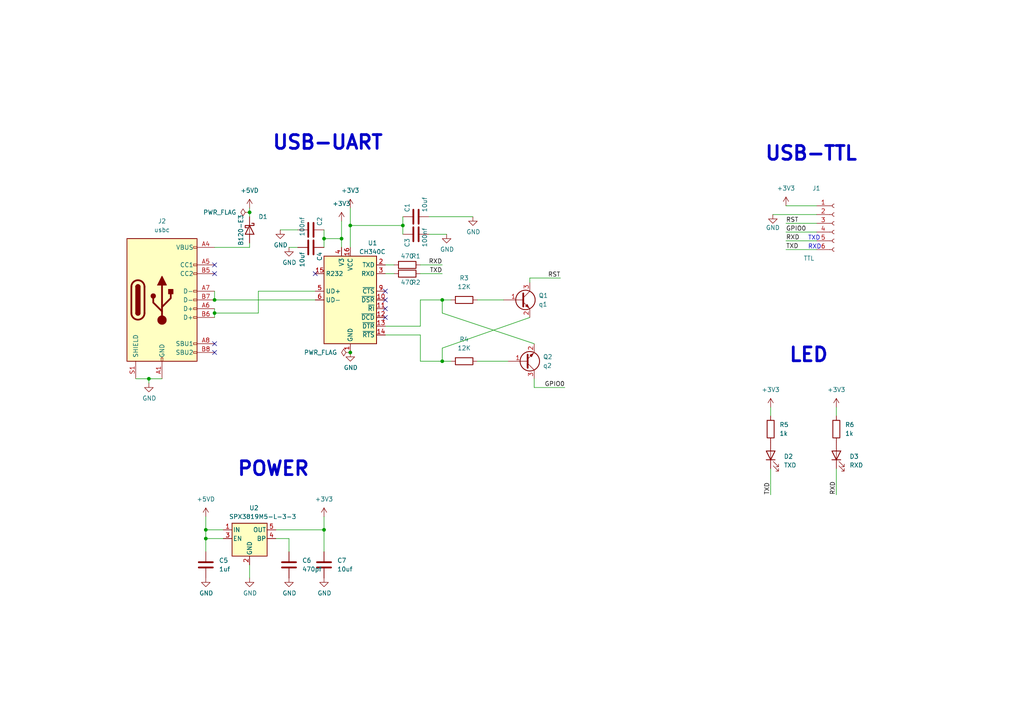
<source format=kicad_sch>
(kicad_sch (version 20211123) (generator eeschema)
  (paper "A4")
  (lib_symbols
    (symbol "Connector:Conn_01x06_Female" (pin_names (offset 1.016) hide)
      (property "Reference" "J" (at 0 7.62 0))
      (property "Value" "Conn_01x06_Female" (at 0 -10.16 0))
      (symbol "Conn_01x06_Female_1_1"
        (arc (start 0 -7.112) (mid -0.508 -7.62) (end 0 -8.128) (stroke (width 0.1524)))
        (arc (start 0 -4.572) (mid -0.508 -5.08) (end 0 -5.588) (stroke (width 0.1524)))
        (arc (start 0 -2.032) (mid -0.508 -2.54) (end 0 -3.048) (stroke (width 0.1524)))
        (polyline (pts (xy -1.27 -7.62) (xy -0.508 -7.62)) (stroke (width 0.1524)))
        (polyline (pts (xy -1.27 -5.08) (xy -0.508 -5.08)) (stroke (width 0.1524)))
        (polyline (pts (xy -1.27 -2.54) (xy -0.508 -2.54)) (stroke (width 0.1524)))
        (polyline (pts (xy -1.27 0) (xy -0.508 0)) (stroke (width 0.1524)))
        (polyline (pts (xy -1.27 2.54) (xy -0.508 2.54)) (stroke (width 0.1524)))
        (polyline (pts (xy -1.27 5.08) (xy -0.508 5.08)) (stroke (width 0.1524)))
        (arc (start 0 0.508) (mid -0.508 0) (end 0 -0.508) (stroke (width 0.1524)))
        (arc (start 0 3.048) (mid -0.508 2.54) (end 0 2.032) (stroke (width 0.1524)))
        (arc (start 0 5.588) (mid -0.508 5.08) (end 0 4.572) (stroke (width 0.1524)))
        (pin passive line (at -5.08 5.08 0) (length 3.81) (name "Pin_1") (number "1"))
        (pin passive line (at -5.08 2.54 0) (length 3.81) (name "Pin_2") (number "2"))
        (pin passive line (at -5.08 0 0) (length 3.81) (name "Pin_3") (number "3"))
        (pin passive line (at -5.08 -2.54 0) (length 3.81) (name "Pin_4") (number "4"))
        (pin passive line (at -5.08 -5.08 0) (length 3.81) (name "Pin_5") (number "5"))
        (pin passive line (at -5.08 -7.62 0) (length 3.81) (name "Pin_6") (number "6"))
      )
    )
    (symbol "Connector:USB_C_Receptacle_USB2.0" (pin_names (offset 1.016))
      (property "Reference" "J" (at -10.16 19.05 0))
      (property "Value" "USB_C_Receptacle_USB2.0" (at 19.05 19.05 0))
      (symbol "USB_C_Receptacle_USB2.0_0_0"
        (rectangle (start -0.254 -17.78) (end 0.254 -16.764))
        (rectangle (start 10.16 -14.986) (end 9.144 -15.494))
        (rectangle (start 10.16 -12.446) (end 9.144 -12.954))
        (rectangle (start 10.16 -4.826) (end 9.144 -5.334))
        (rectangle (start 10.16 -2.286) (end 9.144 -2.794))
        (rectangle (start 10.16 0.254) (end 9.144 -0.254))
        (rectangle (start 10.16 2.794) (end 9.144 2.286))
        (rectangle (start 10.16 7.874) (end 9.144 7.366))
        (rectangle (start 10.16 10.414) (end 9.144 9.906))
        (rectangle (start 10.16 15.494) (end 9.144 14.986))
      )
      (symbol "USB_C_Receptacle_USB2.0_0_1"
        (rectangle (start -10.16 17.78) (end 10.16 -17.78) (stroke (width 0.254)) (fill (type background)))
        (arc (start -8.89 -3.81) (mid -6.985 -5.715) (end -5.08 -3.81) (stroke (width 0.508)))
        (arc (start -7.62 -3.81) (mid -6.985 -4.445) (end -6.35 -3.81) (stroke (width 0.254)))
        (arc (start -7.62 -3.81) (mid -6.985 -4.445) (end -6.35 -3.81) (stroke (width 0.254)) (fill (type outline)))
        (rectangle (start -7.62 -3.81) (end -6.35 3.81) (stroke (width 0.254)) (fill (type outline)))
        (arc (start -6.35 3.81) (mid -6.985 4.445) (end -7.62 3.81) (stroke (width 0.254)))
        (arc (start -6.35 3.81) (mid -6.985 4.445) (end -7.62 3.81) (stroke (width 0.254)) (fill (type outline)))
        (arc (start -5.08 3.81) (mid -6.985 5.715) (end -8.89 3.81) (stroke (width 0.508)))
        (circle (center -2.54 1.143) (radius 0.635) (stroke (width 0.254)) (fill (type outline)))
        (circle (center 0 -5.842) (radius 1.27) (fill (type outline)))
        (polyline (pts (xy -8.89 -3.81) (xy -8.89 3.81)) (stroke (width 0.508)))
        (polyline (pts (xy -5.08 3.81) (xy -5.08 -3.81)) (stroke (width 0.508)))
        (polyline (pts (xy 0 -5.842) (xy 0 4.318)) (stroke (width 0.508)))
        (polyline (pts (xy 0 -3.302) (xy -2.54 -0.762) (xy -2.54 0.508)) (stroke (width 0.508)))
        (polyline (pts (xy 0 -2.032) (xy 2.54 0.508) (xy 2.54 1.778)) (stroke (width 0.508)))
        (polyline (pts (xy -1.27 4.318) (xy 0 6.858) (xy 1.27 4.318) (xy -1.27 4.318)) (stroke (width 0.254)) (fill (type outline)))
        (rectangle (start 1.905 1.778) (end 3.175 3.048) (stroke (width 0.254)) (fill (type outline)))
      )
      (symbol "USB_C_Receptacle_USB2.0_1_1"
        (pin passive line (at 0 -22.86 90) (length 5.08) (name "GND") (number "A1"))
        (pin passive line (at 0 -22.86 90) (length 5.08) hide (name "GND") (number "A12"))
        (pin passive line (at 15.24 15.24 180) (length 5.08) (name "VBUS") (number "A4"))
        (pin bidirectional line (at 15.24 10.16 180) (length 5.08) (name "CC1") (number "A5"))
        (pin bidirectional line (at 15.24 -2.54 180) (length 5.08) (name "D+") (number "A6"))
        (pin bidirectional line (at 15.24 2.54 180) (length 5.08) (name "D-") (number "A7"))
        (pin bidirectional line (at 15.24 -12.7 180) (length 5.08) (name "SBU1") (number "A8"))
        (pin passive line (at 15.24 15.24 180) (length 5.08) hide (name "VBUS") (number "A9"))
        (pin passive line (at 0 -22.86 90) (length 5.08) hide (name "GND") (number "B1"))
        (pin passive line (at 0 -22.86 90) (length 5.08) hide (name "GND") (number "B12"))
        (pin passive line (at 15.24 15.24 180) (length 5.08) hide (name "VBUS") (number "B4"))
        (pin bidirectional line (at 15.24 7.62 180) (length 5.08) (name "CC2") (number "B5"))
        (pin bidirectional line (at 15.24 -5.08 180) (length 5.08) (name "D+") (number "B6"))
        (pin bidirectional line (at 15.24 0 180) (length 5.08) (name "D-") (number "B7"))
        (pin bidirectional line (at 15.24 -15.24 180) (length 5.08) (name "SBU2") (number "B8"))
        (pin passive line (at 15.24 15.24 180) (length 5.08) hide (name "VBUS") (number "B9"))
        (pin passive line (at -7.62 -22.86 90) (length 5.08) (name "SHIELD") (number "S1"))
      )
    )
    (symbol "Device:C" (pin_numbers hide) (pin_names (offset 0.254))
      (property "Reference" "C" (at 0.635 2.54 0))
      (property "Value" "C" (at 0.635 -2.54 0))
      (symbol "C_0_1"
        (polyline (pts (xy -2.032 -0.762) (xy 2.032 -0.762)) (stroke (width 0.508)))
        (polyline (pts (xy -2.032 0.762) (xy 2.032 0.762)) (stroke (width 0.508)))
      )
      (symbol "C_1_1"
        (pin passive line (at 0 3.81 270) (length 2.794) (name "~") (number "1"))
        (pin passive line (at 0 -3.81 90) (length 2.794) (name "~") (number "2"))
      )
    )
    (symbol "Device:LED" (pin_numbers hide) (pin_names (offset 1.016) hide)
      (property "Reference" "D" (at 0 2.54 0))
      (property "Value" "LED" (at 0 -2.54 0))
      (symbol "LED_0_1"
        (polyline (pts (xy -1.27 -1.27) (xy -1.27 1.27)) (stroke (width 0.254)))
        (polyline (pts (xy -1.27 0) (xy 1.27 0)))
        (polyline (pts (xy 1.27 -1.27) (xy 1.27 1.27) (xy -1.27 0) (xy 1.27 -1.27)) (stroke (width 0.254)))
        (polyline (pts (xy -3.048 -0.762) (xy -4.572 -2.286) (xy -3.81 -2.286) (xy -4.572 -2.286) (xy -4.572 -1.524)))
        (polyline (pts (xy -1.778 -0.762) (xy -3.302 -2.286) (xy -2.54 -2.286) (xy -3.302 -2.286) (xy -3.302 -1.524)))
      )
      (symbol "LED_1_1"
        (pin passive line (at -3.81 0 0) (length 2.54) (name "K") (number "1"))
        (pin passive line (at 3.81 0 180) (length 2.54) (name "A") (number "2"))
      )
    )
    (symbol "Device:Q_NPN_BEC" (pin_names (offset 0) hide)
      (property "Reference" "Q" (at 5.08 1.27 0))
      (property "Value" "Q_NPN_BEC" (at 5.08 -1.27 0))
      (symbol "Q_NPN_BEC_0_1"
        (polyline (pts (xy 0.635 0.635) (xy 2.54 2.54)))
        (polyline (pts (xy 0.635 -0.635) (xy 2.54 -2.54) (xy 2.54 -2.54)))
        (polyline (pts (xy 0.635 1.905) (xy 0.635 -1.905) (xy 0.635 -1.905)) (stroke (width 0.508)))
        (polyline (pts (xy 1.27 -1.778) (xy 1.778 -1.27) (xy 2.286 -2.286) (xy 1.27 -1.778) (xy 1.27 -1.778)) (fill (type outline)))
        (circle (center 1.27 0) (radius 2.8194) (stroke (width 0.254)))
      )
      (symbol "Q_NPN_BEC_1_1"
        (pin input line (at -5.08 0 0) (length 5.715) (name "B") (number "1"))
        (pin passive line (at 2.54 -5.08 90) (length 2.54) (name "E") (number "2"))
        (pin passive line (at 2.54 5.08 270) (length 2.54) (name "C") (number "3"))
      )
    )
    (symbol "Device:R" (pin_numbers hide) (pin_names (offset 0))
      (property "Reference" "R" (at 2.032 0 90))
      (property "Value" "R" (at 0 0 90))
      (symbol "R_0_1"
        (rectangle (start -1.016 -2.54) (end 1.016 2.54) (stroke (width 0.254)))
      )
      (symbol "R_1_1"
        (pin passive line (at 0 3.81 270) (length 1.27) (name "~") (number "1"))
        (pin passive line (at 0 -3.81 90) (length 1.27) (name "~") (number "2"))
      )
    )
    (symbol "Diode:B120-E3" (pin_numbers hide) (pin_names hide)
      (property "Reference" "D" (at 0 2.54 0))
      (property "Value" "B120-E3" (at 0 -2.54 0))
      (symbol "B120-E3_0_1"
        (polyline (pts (xy 1.27 0) (xy -1.27 0)))
        (polyline (pts (xy 1.27 1.27) (xy 1.27 -1.27) (xy -1.27 0) (xy 1.27 1.27)) (stroke (width 0.254)))
        (polyline (pts (xy -1.905 0.635) (xy -1.905 1.27) (xy -1.27 1.27) (xy -1.27 -1.27) (xy -0.635 -1.27) (xy -0.635 -0.635)) (stroke (width 0.254)))
      )
      (symbol "B120-E3_1_1"
        (pin passive line (at -3.81 0 0) (length 2.54) (name "K") (number "1"))
        (pin passive line (at 3.81 0 180) (length 2.54) (name "A") (number "2"))
      )
    )
    (symbol "Interface_USB:CH340C"
      (property "Reference" "U" (at -5.08 13.97 0))
      (property "Value" "CH340C" (at 1.27 13.97 0))
      (symbol "CH340C_0_1"
        (rectangle (start -7.62 12.7) (end 7.62 -12.7) (stroke (width 0.254)) (fill (type background)))
      )
      (symbol "CH340C_1_1"
        (pin power_in line (at 0 -15.24 90) (length 2.54) (name "GND") (number "1"))
        (pin input line (at 10.16 0 180) (length 2.54) (name "~{DSR}") (number "10"))
        (pin input line (at 10.16 -2.54 180) (length 2.54) (name "~{RI}") (number "11"))
        (pin input line (at 10.16 -5.08 180) (length 2.54) (name "~{DCD}") (number "12"))
        (pin output line (at 10.16 -7.62 180) (length 2.54) (name "~{DTR}") (number "13"))
        (pin output line (at 10.16 -10.16 180) (length 2.54) (name "~{RTS}") (number "14"))
        (pin input line (at -10.16 7.62 0) (length 2.54) (name "R232") (number "15"))
        (pin power_in line (at 0 15.24 270) (length 2.54) (name "VCC") (number "16"))
        (pin output line (at 10.16 10.16 180) (length 2.54) (name "TXD") (number "2"))
        (pin input line (at 10.16 7.62 180) (length 2.54) (name "RXD") (number "3"))
        (pin passive line (at -2.54 15.24 270) (length 2.54) (name "V3") (number "4"))
        (pin bidirectional line (at -10.16 2.54 0) (length 2.54) (name "UD+") (number "5"))
        (pin bidirectional line (at -10.16 0 0) (length 2.54) (name "UD-") (number "6"))
        (pin no_connect line (at -7.62 -7.62 0) (length 2.54) hide (name "NC") (number "7"))
        (pin no_connect line (at -7.62 -10.16 0) (length 2.54) hide (name "NC") (number "8"))
        (pin input line (at 10.16 2.54 180) (length 2.54) (name "~{CTS}") (number "9"))
      )
    )
    (symbol "Regulator_Linear:SPX3819M5-L-3-3" (pin_names (offset 0.254))
      (property "Reference" "U" (at -3.81 5.715 0))
      (property "Value" "SPX3819M5-L-3-3" (at 0 5.715 0))
      (symbol "SPX3819M5-L-3-3_0_1"
        (rectangle (start -5.08 4.445) (end 5.08 -5.08) (stroke (width 0.254)) (fill (type background)))
      )
      (symbol "SPX3819M5-L-3-3_1_1"
        (pin power_in line (at -7.62 2.54 0) (length 2.54) (name "IN") (number "1"))
        (pin power_in line (at 0 -7.62 90) (length 2.54) (name "GND") (number "2"))
        (pin input line (at -7.62 0 0) (length 2.54) (name "EN") (number "3"))
        (pin input line (at 7.62 0 180) (length 2.54) (name "BP") (number "4"))
        (pin power_out line (at 7.62 2.54 180) (length 2.54) (name "OUT") (number "5"))
      )
    )
    (symbol "power:+3V3" (power) (pin_names (offset 0))
      (property "Value" "+3V3" (at 0 3.556 0))
      (symbol "+3V3_0_1"
        (polyline (pts (xy -0.762 1.27) (xy 0 2.54)))
        (polyline (pts (xy 0 0) (xy 0 2.54)))
        (polyline (pts (xy 0 2.54) (xy 0.762 1.27)))
      )
      (symbol "+3V3_1_1"
        (pin power_in line (at 0 0 90) (length 0) hide (name "+3V3") (number "1"))
      )
    )
    (symbol "power:+5VD" (power) (pin_names (offset 0))
      (property "Value" "+5VD" (at 0 3.556 0))
      (symbol "+5VD_0_1"
        (polyline (pts (xy -0.762 1.27) (xy 0 2.54)))
        (polyline (pts (xy 0 0) (xy 0 2.54)))
        (polyline (pts (xy 0 2.54) (xy 0.762 1.27)))
      )
      (symbol "+5VD_1_1"
        (pin power_in line (at 0 0 90) (length 0) hide (name "+5VD") (number "1"))
      )
    )
    (symbol "power:GND" (power) (pin_names (offset 0))
      (property "Value" "GND" (at 0 -3.81 0))
      (symbol "GND_0_1"
        (polyline (pts (xy 0 0) (xy 0 -1.27) (xy 1.27 -1.27) (xy 0 -2.54) (xy -1.27 -1.27) (xy 0 -1.27)))
      )
      (symbol "GND_1_1"
        (pin power_in line (at 0 0 270) (length 0) hide (name "GND") (number "1"))
      )
    )
    (symbol "power:PWR_FLAG" (power) (pin_numbers hide) (pin_names (offset 0) hide)
      (property "Value" "PWR_FLAG" (at 0 3.81 0))
      (symbol "PWR_FLAG_0_0"
        (pin power_out line (at 0 0 90) (length 0) (name "pwr") (number "1"))
      )
      (symbol "PWR_FLAG_0_1"
        (polyline (pts (xy 0 0) (xy 0 1.27) (xy -1.016 1.905) (xy 0 2.54) (xy 1.016 1.905) (xy 0 1.27)))
      )
    )
  )
  (junction (at 128.27 104.775))
  (junction (at 72.39 61.595))
  (junction (at 128.27 86.995))
  (junction (at 99.06 69.215))
  (junction (at 59.69 153.67))
  (junction (at 116.84 65.405))
  (junction (at 59.69 156.21))
  (junction (at 62.23 86.995))
  (junction (at 93.98 153.67))
  (junction (at 101.6 102.235))
  (junction (at 101.6 65.405))
  (junction (at 43.18 109.855))
  (junction (at 62.23 90.805))
  (junction (at 93.98 69.215))
  (no_connect (at 111.76 89.535))
  (no_connect (at 91.44 79.375))
  (no_connect (at 62.23 76.835))
  (no_connect (at 111.76 92.075))
  (no_connect (at 111.76 86.995))
  (no_connect (at 62.23 99.695))
  (no_connect (at 111.76 84.455))
  (no_connect (at 62.23 102.235))
  (no_connect (at 62.23 79.375))
  (wire (pts (xy 111.76 94.615) (xy 121.92 94.615)))
  (wire (pts (xy 111.76 79.375) (xy 114.3 79.375)))
  (wire (pts (xy 83.82 156.21) (xy 83.82 160.02)))
  (wire (pts (xy 121.92 76.835) (xy 128.27 76.835)))
  (wire (pts (xy 74.93 84.455) (xy 91.44 84.455)))
  (wire (pts (xy 59.69 153.67) (xy 64.77 153.67)))
  (wire (pts (xy 227.965 69.85) (xy 236.855 69.85)))
  (wire (pts (xy 72.39 60.325) (xy 72.39 61.595)))
  (wire (pts (xy 93.98 149.86) (xy 93.98 153.67)))
  (wire (pts (xy 153.67 80.645) (xy 162.56 80.645)))
  (wire (pts (xy 74.93 90.805) (xy 74.93 84.455)))
  (wire (pts (xy 116.84 65.405) (xy 116.84 62.865)))
  (wire (pts (xy 39.37 109.855) (xy 43.18 109.855)))
  (wire (pts (xy 93.98 69.215) (xy 93.98 71.755)))
  (wire (pts (xy 121.92 104.775) (xy 128.27 104.775)))
  (wire (pts (xy 59.69 156.21) (xy 59.69 160.02)))
  (wire (pts (xy 227.965 59.69) (xy 236.855 59.69)))
  (wire (pts (xy 227.965 64.77) (xy 236.855 64.77)))
  (wire (pts (xy 72.39 167.64) (xy 72.39 163.83)))
  (wire (pts (xy 93.98 66.675) (xy 93.98 69.215)))
  (wire (pts (xy 72.39 70.485) (xy 72.39 71.755)))
  (wire (pts (xy 242.57 135.89) (xy 242.57 143.51)))
  (wire (pts (xy 99.06 71.755) (xy 99.06 69.215)))
  (wire (pts (xy 62.23 90.805) (xy 62.23 92.075)))
  (wire (pts (xy 59.69 156.21) (xy 64.77 156.21)))
  (wire (pts (xy 223.52 135.89) (xy 223.52 143.51)))
  (wire (pts (xy 62.23 86.995) (xy 91.44 86.995)))
  (wire (pts (xy 111.76 76.835) (xy 114.3 76.835)))
  (wire (pts (xy 121.92 97.155) (xy 121.92 104.775)))
  (wire (pts (xy 128.27 100.965) (xy 153.67 92.075)))
  (wire (pts (xy 99.06 64.135) (xy 99.06 69.215)))
  (wire (pts (xy 43.18 111.125) (xy 43.18 109.855)))
  (wire (pts (xy 227.965 67.31) (xy 236.855 67.31)))
  (wire (pts (xy 227.965 72.39) (xy 236.855 72.39)))
  (wire (pts (xy 99.06 69.215) (xy 93.98 69.215)))
  (wire (pts (xy 62.23 71.755) (xy 72.39 71.755)))
  (wire (pts (xy 128.27 104.775) (xy 130.81 104.775)))
  (wire (pts (xy 62.23 90.805) (xy 74.93 90.805)))
  (wire (pts (xy 80.01 153.67) (xy 93.98 153.67)))
  (wire (pts (xy 101.6 65.405) (xy 101.6 71.755)))
  (wire (pts (xy 72.39 61.595) (xy 72.39 62.865)))
  (wire (pts (xy 128.27 86.995) (xy 130.81 86.995)))
  (wire (pts (xy 116.84 67.945) (xy 116.84 65.405)))
  (wire (pts (xy 223.52 118.11) (xy 223.52 120.65)))
  (wire (pts (xy 101.6 65.405) (xy 116.84 65.405)))
  (wire (pts (xy 138.43 104.775) (xy 147.32 104.775)))
  (wire (pts (xy 137.16 62.865) (xy 124.46 62.865)))
  (wire (pts (xy 101.6 60.325) (xy 101.6 65.405)))
  (wire (pts (xy 138.43 86.995) (xy 146.05 86.995)))
  (wire (pts (xy 59.69 153.67) (xy 59.69 156.21)))
  (wire (pts (xy 153.67 81.915) (xy 153.67 80.645)))
  (wire (pts (xy 43.18 109.855) (xy 46.99 109.855)))
  (wire (pts (xy 93.98 153.67) (xy 93.98 160.02)))
  (wire (pts (xy 129.54 67.945) (xy 124.46 67.945)))
  (wire (pts (xy 62.23 89.535) (xy 62.23 90.805)))
  (wire (pts (xy 121.92 86.995) (xy 128.27 86.995)))
  (wire (pts (xy 59.69 149.86) (xy 59.69 153.67)))
  (wire (pts (xy 81.28 66.675) (xy 86.36 66.675)))
  (wire (pts (xy 83.82 71.755) (xy 86.36 71.755)))
  (wire (pts (xy 128.27 100.965) (xy 128.27 104.775)))
  (wire (pts (xy 154.94 109.855) (xy 154.94 112.395)))
  (wire (pts (xy 111.76 97.155) (xy 121.92 97.155)))
  (wire (pts (xy 121.92 94.615) (xy 121.92 86.995)))
  (wire (pts (xy 121.92 79.375) (xy 128.27 79.375)))
  (wire (pts (xy 80.01 156.21) (xy 83.82 156.21)))
  (wire (pts (xy 62.23 84.455) (xy 62.23 86.995)))
  (wire (pts (xy 128.27 86.995) (xy 128.27 90.805)))
  (wire (pts (xy 224.155 62.23) (xy 236.855 62.23)))
  (wire (pts (xy 128.27 90.805) (xy 154.94 99.695)))
  (wire (pts (xy 154.94 112.395) (xy 163.83 112.395)))
  (wire (pts (xy 242.57 118.11) (xy 242.57 120.65)))
  (text "POWER" (at 68.58 138.43 0) (effects (font (size 4 4) (thickness 0.8) bold) (justify left bottom)))
  (text "LED" (at 228.6 105.41 0) (effects (font (size 4 4) (thickness 0.8) bold) (justify left bottom)))
  (text "USB-UART\n" (at 78.74 43.815 0) (effects (font (size 4 4) (thickness 0.8) bold) (justify left bottom)))
  (text "TXD\n" (at 234.315 69.85 0) (effects (font (size 1.27 1.27)) (justify left bottom)))
  (text "RXD\n" (at 234.315 72.39 0) (effects (font (size 1.27 1.27)) (justify left bottom)))
  (text "USB-TTL" (at 221.615 46.99 0) (effects (font (size 4 4) (thickness 0.8) bold) (justify left bottom)))
  (label "RST" (at 162.56 80.645 180))
  (label "RXD" (at 128.27 76.835 180))
  (label "TXD" (at 223.52 143.51 90))
  (label "RXD" (at 227.965 69.85 0))
  (label "RXD" (at 242.57 143.51 90))
  (label "TXD" (at 128.27 79.375 180))
  (label "RST" (at 227.965 64.77 0))
  (label "GPIO0" (at 227.965 67.31 0))
  (label "TXD" (at 227.965 72.39 0))
  (label "GPIO0" (at 163.83 112.395 180))
  (symbol (lib_id "power:+3V3") (at 227.965 59.69 0) (unit 1)
    (property "Reference" "#PWR01" (effects hide))
    (property "Value" "+3V3" (at 227.965 54.61 0))
  )
  (symbol (lib_id "Regulator_Linear:SPX3819M5-L-3-3") (at 72.39 156.21 0) (unit 1)
    (property "Reference" "U2" (at 73.66 147.32 0))
    (property "Value" "SPX3819M5-L-3-3" (at 76.2 149.86 0))
    (property "Footprint" "Package_TO_SOT_SMD:SOT-23-5" (effects hide))
    (property "Datasheet" "https://www.exar.com/content/document.ashx?id=22106&languageid=1033&type=Datasheet&partnumber=SPX3819&filename=SPX3819.pdf&part=SPX3819" (effects hide))
  )
  (symbol (lib_id "Device:LED") (at 223.52 132.08 90) (unit 1)
    (property "Reference" "D2" (at 227.33 132.3974 90) (effects (justify right)))
    (property "Value" "TXD" (at 227.33 134.9374 90) (effects (justify right)))
    (property "Footprint" "LED_SMD:LED_0402_1005Metric" (effects hide))
  )
  (symbol (lib_id "power:+5VD") (at 72.39 60.325 0) (unit 1)
    (property "Reference" "#PWR02" (effects hide))
    (property "Value" "+5VD" (at 72.39 55.245 0))
  )
  (symbol (lib_id "power:GND") (at 93.98 167.64 0) (unit 1)
    (property "Reference" "#PWR019" (effects hide))
    (property "Value" "GND" (at 94.107 172.0342 0))
  )
  (symbol (lib_id "Device:R") (at 118.11 79.375 90) (unit 1)
    (property "Reference" "R2" (at 120.65 81.915 90))
    (property "Value" "470" (at 118.11 81.915 90))
    (property "Footprint" "Resistor_SMD:R_0402_1005Metric" (effects hide))
  )
  (symbol (lib_id "Device:R") (at 118.11 76.835 270) (unit 1)
    (property "Reference" "R1" (at 120.65 74.295 90))
    (property "Value" "470" (at 118.11 74.295 90))
    (property "Footprint" "Resistor_SMD:R_0402_1005Metric" (effects hide))
  )
  (symbol (lib_id "power:PWR_FLAG") (at 101.6 102.235 90) (unit 1)
    (property "Reference" "#FLG02" (effects hide))
    (property "Value" "PWR_FLAG" (at 97.79 102.2349 90) (effects (justify left)))
  )
  (symbol (lib_id "power:GND") (at 83.82 167.64 0) (unit 1)
    (property "Reference" "#PWR018" (effects hide))
    (property "Value" "GND" (at 83.947 172.0342 0))
  )
  (symbol (lib_id "power:GND") (at 59.69 167.64 0) (unit 1)
    (property "Reference" "#PWR016" (effects hide))
    (property "Value" "GND" (at 59.817 172.0342 0))
  )
  (symbol (lib_id "power:+3V3") (at 242.57 118.11 0) (unit 1)
    (property "Reference" "#PWR013" (effects hide))
    (property "Value" "+3V3" (at 242.57 113.03 0))
  )
  (symbol (lib_id "Device:R") (at 242.57 124.46 0) (unit 1)
    (property "Reference" "R6" (at 245.11 123.1899 0) (effects (justify left)))
    (property "Value" "1k" (at 245.11 125.7299 0) (effects (justify left)))
    (property "Footprint" "Resistor_SMD:R_0402_1005Metric" (effects hide))
  )
  (symbol (lib_id "Device:C") (at 120.65 67.945 90) (unit 1)
    (property "Reference" "C3" (at 118.11 71.755 0) (effects (justify left)))
    (property "Value" "100nf" (at 123.19 71.755 0) (effects (justify left)))
    (property "Footprint" "Capacitor_SMD:C_0402_1005Metric" (effects hide))
  )
  (symbol (lib_id "Connector:USB_C_Receptacle_USB2.0") (at 46.99 86.995 0) (unit 1)
    (property "Reference" "J2" (at 46.99 64.135 0))
    (property "Value" "usbc" (at 46.99 66.675 0))
    (property "Footprint" "Connector_USB:USB_C_Receptacle_HRO_TYPE-C-31-M-12" (effects hide))
    (property "Datasheet" "https://www.usb.org/sites/default/files/documents/usb_type-c.zip" (effects hide))
  )
  (symbol (lib_id "power:+3V3") (at 93.98 149.86 0) (unit 1)
    (property "Reference" "#PWR015" (effects hide))
    (property "Value" "+3V3" (at 93.98 144.78 0))
  )
  (symbol (lib_id "power:GND") (at 81.28 66.675 0) (unit 1)
    (property "Reference" "#PWR07" (effects hide))
    (property "Value" "GND" (at 81.407 71.0692 0))
  )
  (symbol (lib_id "Device:R") (at 134.62 104.775 270) (unit 1)
    (property "Reference" "R4" (at 134.62 98.425 90))
    (property "Value" "12K" (at 134.62 100.965 90))
    (property "Footprint" "Resistor_SMD:R_0402_1005Metric" (effects hide))
  )
  (symbol (lib_id "power:+3V3") (at 99.06 64.135 0) (unit 1)
    (property "Reference" "#PWR06" (effects hide))
    (property "Value" "+3V3" (at 99.06 59.055 0))
  )
  (symbol (lib_id "Device:C") (at 83.82 163.83 0) (unit 1)
    (property "Reference" "C6" (at 87.63 162.5599 0) (effects (justify left)))
    (property "Value" "470pf" (at 87.63 165.0999 0) (effects (justify left)))
    (property "Footprint" "Capacitor_SMD:C_0402_1005Metric" (effects hide))
  )
  (symbol (lib_id "power:GND") (at 43.18 111.125 0) (unit 1)
    (property "Reference" "#PWR011" (effects hide))
    (property "Value" "GND" (at 43.307 115.5192 0))
  )
  (symbol (lib_id "power:+3V3") (at 223.52 118.11 0) (unit 1)
    (property "Reference" "#PWR012" (effects hide))
    (property "Value" "+3V3" (at 223.52 113.03 0))
  )
  (symbol (lib_id "power:GND") (at 224.155 62.23 0) (mirror y) (unit 1)
    (property "Reference" "#PWR04" (effects hide))
    (property "Value" "GND" (at 224.155 66.04 0))
  )
  (symbol (lib_id "Diode:B120-E3") (at 72.39 66.675 270) (unit 1)
    (property "Reference" "D1" (at 74.93 62.865 90) (effects (justify left)))
    (property "Value" "B120-E3" (at 69.85 62.23 0) (effects (justify left)))
    (property "Footprint" "Diode_SMD:D_SOD-123" (effects hide))
    (property "Datasheet" "http://www.vishay.com/docs/88946/b120.pdf" (effects hide))
  )
  (symbol (lib_id "power:GND") (at 129.54 67.945 0) (unit 1)
    (property "Reference" "#PWR08" (effects hide))
    (property "Value" "GND" (at 129.667 72.3392 0))
  )
  (symbol (lib_id "Device:Q_NPN_BEC") (at 152.4 104.775 0) (mirror x) (unit 1)
    (property "Reference" "Q2" (at 157.48 103.5049 0) (effects (justify left)))
    (property "Value" "q2" (at 157.48 106.0449 0) (effects (justify left)))
    (property "Footprint" "Package_TO_SOT_SMD:TSOT-23" (effects hide))
  )
  (symbol (lib_id "power:GND") (at 83.82 71.755 0) (unit 1)
    (property "Reference" "#PWR09" (effects hide))
    (property "Value" "GND" (at 83.947 76.1492 0))
  )
  (symbol (lib_id "power:+5VD") (at 59.69 149.86 0) (unit 1)
    (property "Reference" "#PWR014" (effects hide))
    (property "Value" "+5VD" (at 59.69 144.78 0))
  )
  (symbol (lib_id "power:+3V3") (at 101.6 60.325 0) (unit 1)
    (property "Reference" "#PWR03" (effects hide))
    (property "Value" "+3V3" (at 101.6 55.245 0))
  )
  (symbol (lib_id "Device:Q_NPN_BEC") (at 151.13 86.995 0) (unit 1)
    (property "Reference" "Q1" (at 156.21 85.7249 0) (effects (justify left)))
    (property "Value" "q1" (at 156.21 88.2649 0) (effects (justify left)))
    (property "Footprint" "Package_TO_SOT_SMD:TSOT-23" (effects hide))
  )
  (symbol (lib_id "Device:LED") (at 242.57 132.08 90) (unit 1)
    (property "Reference" "D3" (at 246.38 132.3974 90) (effects (justify right)))
    (property "Value" "RXD" (at 246.38 134.9374 90) (effects (justify right)))
    (property "Footprint" "LED_SMD:LED_0402_1005Metric" (effects hide))
  )
  (symbol (lib_id "Connector:Conn_01x06_Female") (at 241.935 64.77 0) (unit 1)
    (property "Reference" "J1" (at 235.585 54.61 0) (effects (justify left)))
    (property "Value" "TTL" (at 233.045 74.93 0) (effects (justify left)))
    (property "Footprint" "Connector_PinHeader_1.27mm:PinHeader_1x06_P1.27mm_Vertical" (effects hide))
  )
  (symbol (lib_id "Device:C") (at 90.17 66.675 270) (unit 1)
    (property "Reference" "C2" (at 92.71 62.865 0) (effects (justify left)))
    (property "Value" "100nf" (at 87.63 62.865 0) (effects (justify left)))
    (property "Footprint" "Capacitor_SMD:C_0402_1005Metric" (effects hide))
  )
  (symbol (lib_id "Device:C") (at 59.69 163.83 0) (unit 1)
    (property "Reference" "C5" (at 63.5 162.5599 0) (effects (justify left)))
    (property "Value" "1uf" (at 63.5 165.0999 0) (effects (justify left)))
    (property "Footprint" "Capacitor_SMD:C_0402_1005Metric" (effects hide))
  )
  (symbol (lib_id "Interface_USB:CH340C") (at 101.6 86.995 0) (unit 1)
    (property "Reference" "U1" (at 106.68 70.485 0) (effects (justify left)))
    (property "Value" "CH340C" (at 104.14 73.025 0) (effects (justify left)))
    (property "Footprint" "lc_lib:SOP-16_150MIL" (effects hide))
    (property "Datasheet" "https://datasheet.lcsc.com/szlcsc/Jiangsu-Qin-Heng-CH340C_C84681.pdf" (effects hide))
  )
  (symbol (lib_id "power:PWR_FLAG") (at 72.39 61.595 90) (unit 1)
    (property "Reference" "#FLG01" (effects hide))
    (property "Value" "PWR_FLAG" (at 68.58 61.5949 90) (effects (justify left)))
  )
  (symbol (lib_id "Device:R") (at 223.52 124.46 0) (unit 1)
    (property "Reference" "R5" (at 226.06 123.1899 0) (effects (justify left)))
    (property "Value" "1k" (at 226.06 125.7299 0) (effects (justify left)))
    (property "Footprint" "Resistor_SMD:R_0402_1005Metric" (effects hide))
  )
  (symbol (lib_id "Device:C") (at 120.65 62.865 90) (unit 1)
    (property "Reference" "C1" (at 118.11 61.595 0) (effects (justify left)))
    (property "Value" "10uf" (at 123.19 61.595 0) (effects (justify left)))
    (property "Footprint" "Capacitor_SMD:C_0402_1005Metric" (effects hide))
  )
  (symbol (lib_id "Device:C") (at 93.98 163.83 0) (unit 1)
    (property "Reference" "C7" (at 97.79 162.5599 0) (effects (justify left)))
    (property "Value" "10uf" (at 97.79 165.0999 0) (effects (justify left)))
    (property "Footprint" "Capacitor_SMD:C_0402_1005Metric" (effects hide))
  )
  (symbol (lib_id "power:GND") (at 137.16 62.865 0) (unit 1)
    (property "Reference" "#PWR05" (effects hide))
    (property "Value" "GND" (at 137.287 67.2592 0))
  )
  (symbol (lib_id "Device:R") (at 134.62 86.995 270) (unit 1)
    (property "Reference" "R3" (at 134.62 80.645 90))
    (property "Value" "12K" (at 134.62 83.185 90))
    (property "Footprint" "Resistor_SMD:R_0402_1005Metric" (effects hide))
  )
  (symbol (lib_id "power:GND") (at 101.6 102.235 0) (unit 1)
    (property "Reference" "#PWR010" (effects hide))
    (property "Value" "GND" (at 101.727 106.6292 0))
  )
  (symbol (lib_id "power:GND") (at 72.39 167.64 0) (unit 1)
    (property "Reference" "#PWR017" (effects hide))
    (property "Value" "GND" (at 72.517 172.0342 0))
  )
  (symbol (lib_id "Device:C") (at 90.17 71.755 270) (unit 1)
    (property "Reference" "C4" (at 92.71 73.025 0) (effects (justify left)))
    (property "Value" "10uf" (at 87.63 73.025 0) (effects (justify left)))
    (property "Footprint" "Capacitor_SMD:C_0402_1005Metric" (effects hide))
  )
)
</source>
